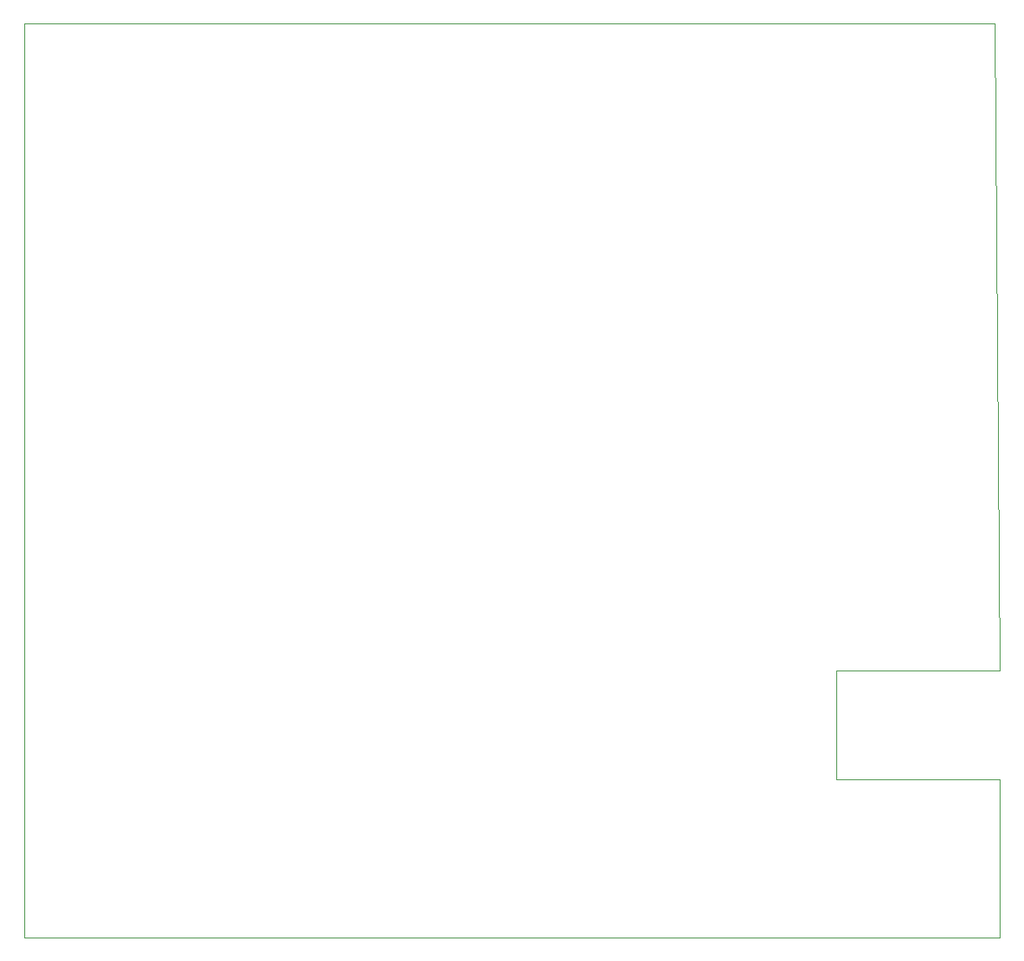
<source format=gbr>
%TF.GenerationSoftware,KiCad,Pcbnew,8.0.8*%
%TF.CreationDate,2025-05-29T15:04:49-04:00*%
%TF.ProjectId,meowwww x3,6d656f77-7777-4772-9078-332e6b696361,rev?*%
%TF.SameCoordinates,Original*%
%TF.FileFunction,Profile,NP*%
%FSLAX46Y46*%
G04 Gerber Fmt 4.6, Leading zero omitted, Abs format (unit mm)*
G04 Created by KiCad (PCBNEW 8.0.8) date 2025-05-29 15:04:49*
%MOMM*%
%LPD*%
G01*
G04 APERTURE LIST*
%TA.AperFunction,Profile*%
%ADD10C,0.050000*%
%TD*%
G04 APERTURE END LIST*
D10*
X51000000Y-18000000D02*
X51000000Y-20500000D01*
X149000000Y-18000000D02*
X51000000Y-18000000D01*
X149500000Y-83500000D02*
X149000000Y-18000000D01*
X133000000Y-83500000D02*
X149500000Y-83500000D01*
X133000000Y-94500000D02*
X133000000Y-83500000D01*
X149500000Y-94500000D02*
X133000000Y-94500000D01*
X149500000Y-110500000D02*
X149500000Y-94500000D01*
X51000000Y-110500000D02*
X149500000Y-110500000D01*
X51000000Y-20500000D02*
X51000000Y-110500000D01*
M02*

</source>
